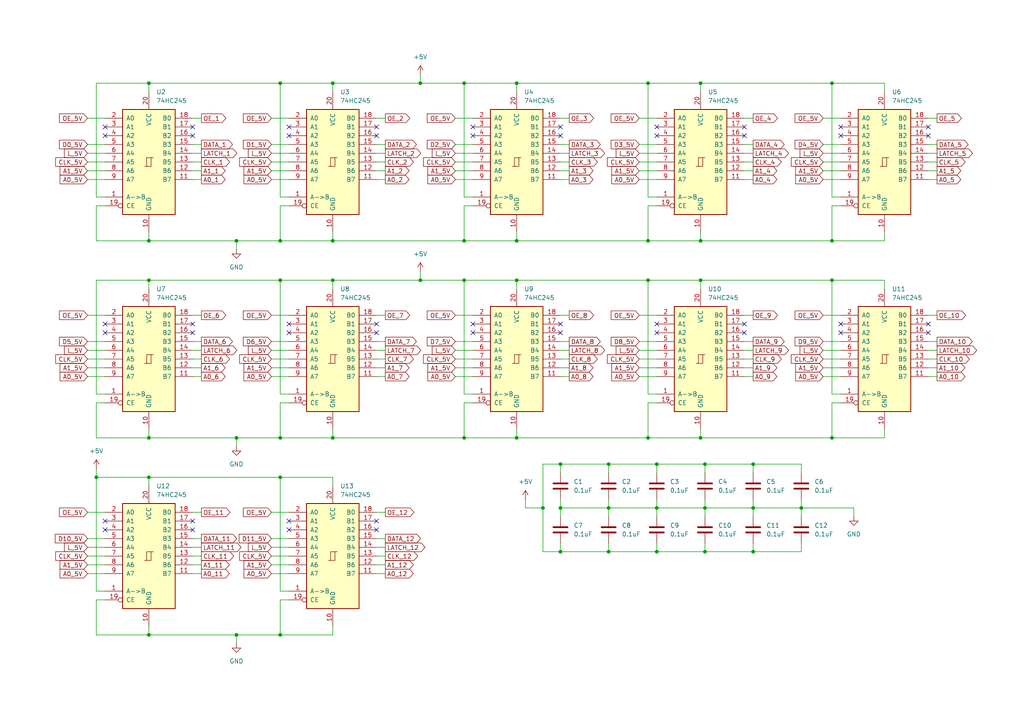
<source format=kicad_sch>
(kicad_sch (version 20250114) (generator "eeschema") (generator_version "9.0")
  (paper "A4")
  (lib_symbols
    (symbol "74xx:74HC245" (pin_names (offset 1.016))
      (property "Reference" "U" (at -7.62 16.51 0))
      (property "Value" "74HC245" (at -7.62 -16.51 0))
      (symbol "74HC245_1_0"
        (polyline (pts (xy -1.27 -1.27) (xy 0.635 -1.27) (xy 0.635 1.27) (xy 1.27 1.27)))
        (polyline (pts (xy -0.635 -1.27) (xy -0.635 1.27) (xy 0.635 1.27)))
        (pin tri_state line (at -12.7 12.7 0) (length 5.08) (name "A0") (number "2"))
        (pin tri_state line (at -12.7 10.16 0) (length 5.08) (name "A1") (number "3"))
        (pin tri_state line (at -12.7 7.62 0) (length 5.08) (name "A2") (number "4"))
        (pin tri_state line (at -12.7 5.08 0) (length 5.08) (name "A3") (number "5"))
        (pin tri_state line (at -12.7 2.54 0) (length 5.08) (name "A4") (number "6"))
        (pin tri_state line (at -12.7 0 0) (length 5.08) (name "A5") (number "7"))
        (pin tri_state line (at -12.7 -2.54 0) (length 5.08) (name "A6") (number "8"))
        (pin tri_state line (at -12.7 -5.08 0) (length 5.08) (name "A7") (number "9"))
        (pin input line (at -12.7 -10.16 0) (length 5.08) (name "A->B") (number "1"))
        (pin input inverted (at -12.7 -12.7 0) (length 5.08) (name "CE") (number "19"))
        (pin power_in line (at 0 20.32 270) (length 5.08) (name "VCC") (number "20"))
        (pin power_in line (at 0 -20.32 90) (length 5.08) (name "GND") (number "10"))
        (pin tri_state line (at 12.7 12.7 180) (length 5.08) (name "B0") (number "18"))
        (pin tri_state line (at 12.7 10.16 180) (length 5.08) (name "B1") (number "17"))
        (pin tri_state line (at 12.7 7.62 180) (length 5.08) (name "B2") (number "16"))
        (pin tri_state line (at 12.7 5.08 180) (length 5.08) (name "B3") (number "15"))
        (pin tri_state line (at 12.7 2.54 180) (length 5.08) (name "B4") (number "14"))
        (pin tri_state line (at 12.7 0 180) (length 5.08) (name "B5") (number "13"))
        (pin tri_state line (at 12.7 -2.54 180) (length 5.08) (name "B6") (number "12"))
        (pin tri_state line (at 12.7 -5.08 180) (length 5.08) (name "B7") (number "11"))
      )
      (symbol "74HC245_1_1"
        (rectangle (start -7.62 15.24) (end 7.62 -15.24) (stroke (width 0.254)) (fill (type background)))
      )
    )
    (symbol "Device:C" (pin_numbers (hide yes)) (pin_names (offset 0.254))
      (property "Reference" "C" (at 0.635 2.54 0))
      (property "Value" "C" (at 0.635 -2.54 0))
      (symbol "C_0_1"
        (polyline (pts (xy -2.032 0.762) (xy 2.032 0.762)) (stroke (width 0.508)))
        (polyline (pts (xy -2.032 -0.762) (xy 2.032 -0.762)) (stroke (width 0.508)))
      )
      (symbol "C_1_1"
        (pin passive line (at 0 3.81 270) (length 2.794) (name "~") (number "1"))
        (pin passive line (at 0 -3.81 90) (length 2.794) (name "~") (number "2"))
      )
    )
    (symbol "power:+5V" (power) (pin_numbers (hide yes)) (pin_names (offset 0) (hide yes))
      (property "Value" "+5V" (at 0 3.556 0))
      (symbol "+5V_0_1"
        (polyline (pts (xy -0.762 1.27) (xy 0 2.54)))
        (polyline (pts (xy 0 2.54) (xy 0.762 1.27)))
        (polyline (pts (xy 0 0) (xy 0 2.54)))
      )
      (symbol "+5V_1_1"
        (pin power_in line (at 0 0 90) (length 0) (name "~") (number "1"))
      )
    )
    (symbol "power:GND" (power) (pin_numbers (hide yes)) (pin_names (offset 0) (hide yes))
      (property "Value" "GND" (at 0 -3.81 0))
      (symbol "GND_0_1"
        (polyline (pts (xy 0 0) (xy 0 -1.27) (xy 1.27 -1.27) (xy 0 -2.54) (xy -1.27 -1.27) (xy 0 -1.27)))
      )
      (symbol "GND_1_1"
        (pin power_in line (at 0 0 270) (length 0) (name "~") (number "1"))
      )
    )
  )
  (junction (at 218.44 147.32))
  (junction (at 241.3 69.85))
  (junction (at 96.52 24.13))
  (junction (at 43.18 127))
  (junction (at 187.96 81.28))
  (junction (at 162.56 160.02))
  (junction (at 81.28 69.85))
  (junction (at 134.62 24.13))
  (junction (at 43.18 138.43))
  (junction (at 43.18 69.85))
  (junction (at 81.28 184.15))
  (junction (at 96.52 127))
  (junction (at 176.53 160.02))
  (junction (at 68.58 127))
  (junction (at 176.53 147.32))
  (junction (at 204.47 147.32))
  (junction (at 203.2 24.13))
  (junction (at 176.53 134.62))
  (junction (at 43.18 184.15))
  (junction (at 134.62 81.28))
  (junction (at 204.47 160.02))
  (junction (at 203.2 69.85))
  (junction (at 121.92 81.28))
  (junction (at 43.18 24.13))
  (junction (at 203.2 81.28))
  (junction (at 96.52 81.28))
  (junction (at 134.62 69.85))
  (junction (at 43.18 81.28))
  (junction (at 162.56 147.32))
  (junction (at 204.47 134.62))
  (junction (at 241.3 127))
  (junction (at 68.58 69.85))
  (junction (at 149.86 69.85))
  (junction (at 241.3 24.13))
  (junction (at 121.92 24.13))
  (junction (at 190.5 147.32))
  (junction (at 232.41 147.32))
  (junction (at 134.62 127))
  (junction (at 190.5 160.02))
  (junction (at 218.44 160.02))
  (junction (at 187.96 127))
  (junction (at 81.28 138.43))
  (junction (at 81.28 24.13))
  (junction (at 149.86 24.13))
  (junction (at 203.2 127))
  (junction (at 96.52 69.85))
  (junction (at 190.5 134.62))
  (junction (at 149.86 127))
  (junction (at 27.94 138.43))
  (junction (at 241.3 81.28))
  (junction (at 149.86 81.28))
  (junction (at 81.28 81.28))
  (junction (at 162.56 134.62))
  (junction (at 68.58 184.15))
  (junction (at 157.48 147.32))
  (junction (at 187.96 24.13))
  (junction (at 187.96 69.85))
  (junction (at 218.44 134.62))
  (junction (at 81.28 127))
  (no_connect (at 243.84 39.37))
  (no_connect (at 137.16 36.83))
  (no_connect (at 30.48 39.37))
  (no_connect (at 109.22 96.52))
  (no_connect (at 55.88 151.13))
  (no_connect (at 215.9 39.37))
  (no_connect (at 83.82 153.67))
  (no_connect (at 215.9 36.83))
  (no_connect (at 243.84 93.98))
  (no_connect (at 137.16 93.98))
  (no_connect (at 243.84 36.83))
  (no_connect (at 215.9 93.98))
  (no_connect (at 162.56 36.83))
  (no_connect (at 190.5 36.83))
  (no_connect (at 162.56 39.37))
  (no_connect (at 30.48 151.13))
  (no_connect (at 30.48 93.98))
  (no_connect (at 243.84 96.52))
  (no_connect (at 190.5 93.98))
  (no_connect (at 55.88 93.98))
  (no_connect (at 55.88 96.52))
  (no_connect (at 83.82 96.52))
  (no_connect (at 190.5 39.37))
  (no_connect (at 137.16 39.37))
  (no_connect (at 30.48 153.67))
  (no_connect (at 83.82 39.37))
  (no_connect (at 83.82 36.83))
  (no_connect (at 55.88 39.37))
  (no_connect (at 162.56 93.98))
  (no_connect (at 30.48 96.52))
  (no_connect (at 137.16 96.52))
  (no_connect (at 109.22 36.83))
  (no_connect (at 109.22 93.98))
  (no_connect (at 109.22 151.13))
  (no_connect (at 30.48 36.83))
  (no_connect (at 55.88 153.67))
  (no_connect (at 109.22 153.67))
  (no_connect (at 83.82 151.13))
  (no_connect (at 269.24 93.98))
  (no_connect (at 215.9 96.52))
  (no_connect (at 269.24 39.37))
  (no_connect (at 162.56 96.52))
  (no_connect (at 269.24 96.52))
  (no_connect (at 190.5 96.52))
  (no_connect (at 109.22 39.37))
  (no_connect (at 55.88 36.83))
  (no_connect (at 83.82 93.98))
  (no_connect (at 269.24 36.83))
  (wire (pts (xy 25.4 161.29) (xy 30.48 161.29)))
  (wire (pts (xy 185.42 99.06) (xy 190.5 99.06)))
  (wire (pts (xy 43.18 69.85) (xy 27.94 69.85)))
  (wire (pts (xy 185.42 52.07) (xy 190.5 52.07)))
  (wire (pts (xy 204.47 134.62) (xy 190.5 134.62)))
  (wire (pts (xy 185.42 34.29) (xy 190.5 34.29)))
  (wire (pts (xy 109.22 99.06) (xy 111.76 99.06)))
  (wire (pts (xy 190.5 114.3) (xy 187.96 114.3)))
  (wire (pts (xy 218.44 134.62) (xy 204.47 134.62)))
  (wire (pts (xy 78.74 46.99) (xy 83.82 46.99)))
  (wire (pts (xy 55.88 158.75) (xy 58.42 158.75)))
  (wire (pts (xy 204.47 157.48) (xy 204.47 160.02)))
  (wire (pts (xy 269.24 52.07) (xy 271.78 52.07)))
  (wire (pts (xy 121.92 81.28) (xy 134.62 81.28)))
  (wire (pts (xy 78.74 34.29) (xy 83.82 34.29)))
  (wire (pts (xy 241.3 59.69) (xy 243.84 59.69)))
  (wire (pts (xy 25.4 109.22) (xy 30.48 109.22)))
  (wire (pts (xy 149.86 81.28) (xy 187.96 81.28)))
  (wire (pts (xy 238.76 104.14) (xy 243.84 104.14)))
  (wire (pts (xy 81.28 114.3) (xy 81.28 81.28)))
  (wire (pts (xy 215.9 91.44) (xy 218.44 91.44)))
  (wire (pts (xy 134.62 69.85) (xy 134.62 59.69)))
  (wire (pts (xy 96.52 69.85) (xy 134.62 69.85)))
  (wire (pts (xy 176.53 147.32) (xy 176.53 149.86)))
  (wire (pts (xy 109.22 158.75) (xy 111.76 158.75)))
  (wire (pts (xy 162.56 134.62) (xy 162.56 137.16)))
  (wire (pts (xy 55.88 163.83) (xy 58.42 163.83)))
  (wire (pts (xy 256.54 124.46) (xy 256.54 127)))
  (wire (pts (xy 78.74 163.83) (xy 83.82 163.83)))
  (wire (pts (xy 157.48 134.62) (xy 157.48 147.32)))
  (wire (pts (xy 81.28 59.69) (xy 83.82 59.69)))
  (wire (pts (xy 132.08 91.44) (xy 137.16 91.44)))
  (wire (pts (xy 269.24 109.22) (xy 271.78 109.22)))
  (wire (pts (xy 25.4 34.29) (xy 30.48 34.29)))
  (wire (pts (xy 25.4 106.68) (xy 30.48 106.68)))
  (wire (pts (xy 134.62 69.85) (xy 149.86 69.85)))
  (wire (pts (xy 55.88 44.45) (xy 58.42 44.45)))
  (wire (pts (xy 218.44 157.48) (xy 218.44 160.02)))
  (wire (pts (xy 215.9 99.06) (xy 218.44 99.06)))
  (wire (pts (xy 215.9 46.99) (xy 218.44 46.99)))
  (wire (pts (xy 78.74 104.14) (xy 83.82 104.14)))
  (wire (pts (xy 269.24 104.14) (xy 271.78 104.14)))
  (wire (pts (xy 109.22 46.99) (xy 111.76 46.99)))
  (wire (pts (xy 96.52 67.31) (xy 96.52 69.85)))
  (wire (pts (xy 149.86 67.31) (xy 149.86 69.85)))
  (wire (pts (xy 43.18 69.85) (xy 68.58 69.85)))
  (wire (pts (xy 121.92 24.13) (xy 134.62 24.13)))
  (wire (pts (xy 137.16 114.3) (xy 134.62 114.3)))
  (wire (pts (xy 256.54 24.13) (xy 256.54 26.67)))
  (wire (pts (xy 27.94 24.13) (xy 43.18 24.13)))
  (wire (pts (xy 132.08 44.45) (xy 137.16 44.45)))
  (wire (pts (xy 96.52 24.13) (xy 96.52 26.67)))
  (wire (pts (xy 43.18 124.46) (xy 43.18 127)))
  (wire (pts (xy 149.86 69.85) (xy 187.96 69.85)))
  (wire (pts (xy 68.58 69.85) (xy 81.28 69.85)))
  (wire (pts (xy 30.48 171.45) (xy 27.94 171.45)))
  (wire (pts (xy 162.56 52.07) (xy 165.1 52.07)))
  (wire (pts (xy 162.56 147.32) (xy 162.56 149.86)))
  (wire (pts (xy 43.18 81.28) (xy 81.28 81.28)))
  (wire (pts (xy 203.2 127) (xy 241.3 127)))
  (wire (pts (xy 204.47 160.02) (xy 190.5 160.02)))
  (wire (pts (xy 232.41 134.62) (xy 218.44 134.62)))
  (wire (pts (xy 185.42 104.14) (xy 190.5 104.14)))
  (wire (pts (xy 30.48 57.15) (xy 27.94 57.15)))
  (wire (pts (xy 241.3 24.13) (xy 256.54 24.13)))
  (wire (pts (xy 215.9 41.91) (xy 218.44 41.91)))
  (wire (pts (xy 215.9 49.53) (xy 218.44 49.53)))
  (wire (pts (xy 215.9 109.22) (xy 218.44 109.22)))
  (wire (pts (xy 269.24 101.6) (xy 271.78 101.6)))
  (wire (pts (xy 109.22 104.14) (xy 111.76 104.14)))
  (wire (pts (xy 55.88 104.14) (xy 58.42 104.14)))
  (wire (pts (xy 241.3 127) (xy 241.3 116.84)))
  (wire (pts (xy 81.28 184.15) (xy 81.28 173.99)))
  (wire (pts (xy 55.88 49.53) (xy 58.42 49.53)))
  (wire (pts (xy 25.4 46.99) (xy 30.48 46.99)))
  (wire (pts (xy 162.56 134.62) (xy 157.48 134.62)))
  (wire (pts (xy 190.5 147.32) (xy 204.47 147.32)))
  (wire (pts (xy 68.58 127) (xy 68.58 129.54)))
  (wire (pts (xy 203.2 24.13) (xy 203.2 26.67)))
  (wire (pts (xy 78.74 158.75) (xy 83.82 158.75)))
  (wire (pts (xy 204.47 144.78) (xy 204.47 147.32)))
  (wire (pts (xy 78.74 41.91) (xy 83.82 41.91)))
  (wire (pts (xy 187.96 59.69) (xy 190.5 59.69)))
  (wire (pts (xy 55.88 34.29) (xy 58.42 34.29)))
  (wire (pts (xy 215.9 34.29) (xy 218.44 34.29)))
  (wire (pts (xy 134.62 127) (xy 149.86 127)))
  (wire (pts (xy 109.22 163.83) (xy 111.76 163.83)))
  (wire (pts (xy 176.53 134.62) (xy 176.53 137.16)))
  (wire (pts (xy 238.76 109.22) (xy 243.84 109.22)))
  (wire (pts (xy 25.4 49.53) (xy 30.48 49.53)))
  (wire (pts (xy 132.08 106.68) (xy 137.16 106.68)))
  (wire (pts (xy 190.5 134.62) (xy 190.5 137.16)))
  (wire (pts (xy 43.18 127) (xy 68.58 127)))
  (wire (pts (xy 55.88 166.37) (xy 58.42 166.37)))
  (wire (pts (xy 81.28 57.15) (xy 81.28 24.13)))
  (wire (pts (xy 134.62 114.3) (xy 134.62 81.28)))
  (wire (pts (xy 157.48 160.02) (xy 162.56 160.02)))
  (wire (pts (xy 203.2 69.85) (xy 241.3 69.85)))
  (wire (pts (xy 43.18 127) (xy 27.94 127)))
  (wire (pts (xy 134.62 127) (xy 134.62 116.84)))
  (wire (pts (xy 78.74 166.37) (xy 83.82 166.37)))
  (wire (pts (xy 269.24 34.29) (xy 271.78 34.29)))
  (wire (pts (xy 187.96 127) (xy 203.2 127)))
  (wire (pts (xy 269.24 106.68) (xy 271.78 106.68)))
  (wire (pts (xy 27.94 57.15) (xy 27.94 24.13)))
  (wire (pts (xy 232.41 147.32) (xy 232.41 144.78)))
  (wire (pts (xy 218.44 147.32) (xy 232.41 147.32)))
  (wire (pts (xy 27.94 116.84) (xy 30.48 116.84)))
  (wire (pts (xy 190.5 144.78) (xy 190.5 147.32)))
  (wire (pts (xy 132.08 41.91) (xy 137.16 41.91)))
  (wire (pts (xy 25.4 156.21) (xy 30.48 156.21)))
  (wire (pts (xy 185.42 109.22) (xy 190.5 109.22)))
  (wire (pts (xy 185.42 44.45) (xy 190.5 44.45)))
  (wire (pts (xy 149.86 24.13) (xy 149.86 26.67)))
  (wire (pts (xy 204.47 147.32) (xy 218.44 147.32)))
  (wire (pts (xy 132.08 49.53) (xy 137.16 49.53)))
  (wire (pts (xy 162.56 91.44) (xy 165.1 91.44)))
  (wire (pts (xy 55.88 91.44) (xy 58.42 91.44)))
  (wire (pts (xy 185.42 101.6) (xy 190.5 101.6)))
  (wire (pts (xy 78.74 161.29) (xy 83.82 161.29)))
  (wire (pts (xy 68.58 184.15) (xy 68.58 186.69)))
  (wire (pts (xy 203.2 67.31) (xy 203.2 69.85)))
  (wire (pts (xy 241.3 81.28) (xy 256.54 81.28)))
  (wire (pts (xy 149.86 127) (xy 187.96 127)))
  (wire (pts (xy 81.28 116.84) (xy 83.82 116.84)))
  (wire (pts (xy 132.08 101.6) (xy 137.16 101.6)))
  (wire (pts (xy 162.56 49.53) (xy 165.1 49.53)))
  (wire (pts (xy 137.16 57.15) (xy 134.62 57.15)))
  (wire (pts (xy 187.96 69.85) (xy 203.2 69.85)))
  (wire (pts (xy 96.52 138.43) (xy 96.52 140.97)))
  (wire (pts (xy 232.41 157.48) (xy 232.41 160.02)))
  (wire (pts (xy 185.42 41.91) (xy 190.5 41.91)))
  (wire (pts (xy 238.76 34.29) (xy 243.84 34.29)))
  (wire (pts (xy 96.52 24.13) (xy 121.92 24.13)))
  (wire (pts (xy 218.44 147.32) (xy 218.44 149.86)))
  (wire (pts (xy 134.62 116.84) (xy 137.16 116.84)))
  (wire (pts (xy 25.4 104.14) (xy 30.48 104.14)))
  (wire (pts (xy 27.94 114.3) (xy 27.94 81.28)))
  (wire (pts (xy 109.22 101.6) (xy 111.76 101.6)))
  (wire (pts (xy 185.42 46.99) (xy 190.5 46.99)))
  (wire (pts (xy 232.41 147.32) (xy 232.41 149.86)))
  (wire (pts (xy 241.3 57.15) (xy 241.3 24.13)))
  (wire (pts (xy 162.56 104.14) (xy 165.1 104.14)))
  (wire (pts (xy 81.28 127) (xy 81.28 116.84)))
  (wire (pts (xy 27.94 69.85) (xy 27.94 59.69)))
  (wire (pts (xy 204.47 134.62) (xy 204.47 137.16)))
  (wire (pts (xy 149.86 24.13) (xy 187.96 24.13)))
  (wire (pts (xy 190.5 147.32) (xy 190.5 149.86)))
  (wire (pts (xy 176.53 134.62) (xy 162.56 134.62)))
  (wire (pts (xy 30.48 114.3) (xy 27.94 114.3)))
  (wire (pts (xy 203.2 124.46) (xy 203.2 127)))
  (wire (pts (xy 109.22 91.44) (xy 111.76 91.44)))
  (wire (pts (xy 243.84 114.3) (xy 241.3 114.3)))
  (wire (pts (xy 241.3 114.3) (xy 241.3 81.28)))
  (wire (pts (xy 25.4 166.37) (xy 30.48 166.37)))
  (wire (pts (xy 78.74 91.44) (xy 83.82 91.44)))
  (wire (pts (xy 203.2 81.28) (xy 203.2 83.82)))
  (wire (pts (xy 132.08 99.06) (xy 137.16 99.06)))
  (wire (pts (xy 132.08 46.99) (xy 137.16 46.99)))
  (wire (pts (xy 55.88 41.91) (xy 58.42 41.91)))
  (wire (pts (xy 238.76 52.07) (xy 243.84 52.07)))
  (wire (pts (xy 25.4 44.45) (xy 30.48 44.45)))
  (wire (pts (xy 68.58 127) (xy 81.28 127)))
  (wire (pts (xy 162.56 147.32) (xy 176.53 147.32)))
  (wire (pts (xy 187.96 24.13) (xy 203.2 24.13)))
  (wire (pts (xy 187.96 69.85) (xy 187.96 59.69)))
  (wire (pts (xy 134.62 59.69) (xy 137.16 59.69)))
  (wire (pts (xy 78.74 52.07) (xy 83.82 52.07)))
  (wire (pts (xy 190.5 157.48) (xy 190.5 160.02)))
  (wire (pts (xy 27.94 184.15) (xy 27.94 173.99)))
  (wire (pts (xy 27.94 59.69) (xy 30.48 59.69)))
  (wire (pts (xy 109.22 41.91) (xy 111.76 41.91)))
  (wire (pts (xy 25.4 99.06) (xy 30.48 99.06)))
  (wire (pts (xy 176.53 144.78) (xy 176.53 147.32)))
  (wire (pts (xy 238.76 91.44) (xy 243.84 91.44)))
  (wire (pts (xy 83.82 114.3) (xy 81.28 114.3)))
  (wire (pts (xy 241.3 69.85) (xy 256.54 69.85)))
  (wire (pts (xy 238.76 46.99) (xy 243.84 46.99)))
  (wire (pts (xy 247.65 149.86) (xy 247.65 147.32)))
  (wire (pts (xy 96.52 124.46) (xy 96.52 127)))
  (wire (pts (xy 81.28 173.99) (xy 83.82 173.99)))
  (wire (pts (xy 25.4 41.91) (xy 30.48 41.91)))
  (wire (pts (xy 269.24 46.99) (xy 271.78 46.99)))
  (wire (pts (xy 109.22 161.29) (xy 111.76 161.29)))
  (wire (pts (xy 190.5 57.15) (xy 187.96 57.15)))
  (wire (pts (xy 109.22 52.07) (xy 111.76 52.07)))
  (wire (pts (xy 187.96 81.28) (xy 203.2 81.28)))
  (wire (pts (xy 238.76 106.68) (xy 243.84 106.68)))
  (wire (pts (xy 109.22 109.22) (xy 111.76 109.22)))
  (wire (pts (xy 27.94 81.28) (xy 43.18 81.28)))
  (wire (pts (xy 238.76 99.06) (xy 243.84 99.06)))
  (wire (pts (xy 162.56 44.45) (xy 165.1 44.45)))
  (wire (pts (xy 204.47 147.32) (xy 204.47 149.86)))
  (wire (pts (xy 96.52 127) (xy 134.62 127)))
  (wire (pts (xy 162.56 34.29) (xy 165.1 34.29)))
  (wire (pts (xy 187.96 57.15) (xy 187.96 24.13)))
  (wire (pts (xy 256.54 81.28) (xy 256.54 83.82)))
  (wire (pts (xy 269.24 44.45) (xy 271.78 44.45)))
  (wire (pts (xy 232.41 137.16) (xy 232.41 134.62)))
  (wire (pts (xy 43.18 24.13) (xy 43.18 26.67)))
  (wire (pts (xy 149.86 124.46) (xy 149.86 127)))
  (wire (pts (xy 269.24 91.44) (xy 271.78 91.44)))
  (wire (pts (xy 27.94 138.43) (xy 43.18 138.43)))
  (wire (pts (xy 121.92 21.59) (xy 121.92 24.13)))
  (wire (pts (xy 132.08 34.29) (xy 137.16 34.29)))
  (wire (pts (xy 215.9 104.14) (xy 218.44 104.14)))
  (wire (pts (xy 55.88 109.22) (xy 58.42 109.22)))
  (wire (pts (xy 55.88 52.07) (xy 58.42 52.07)))
  (wire (pts (xy 43.18 138.43) (xy 43.18 140.97)))
  (wire (pts (xy 215.9 101.6) (xy 218.44 101.6)))
  (wire (pts (xy 256.54 67.31) (xy 256.54 69.85)))
  (wire (pts (xy 27.94 127) (xy 27.94 116.84)))
  (wire (pts (xy 81.28 171.45) (xy 81.28 138.43)))
  (wire (pts (xy 269.24 99.06) (xy 271.78 99.06)))
  (wire (pts (xy 78.74 49.53) (xy 83.82 49.53)))
  (wire (pts (xy 134.62 24.13) (xy 149.86 24.13)))
  (wire (pts (xy 81.28 138.43) (xy 96.52 138.43)))
  (wire (pts (xy 55.88 156.21) (xy 58.42 156.21)))
  (wire (pts (xy 185.42 49.53) (xy 190.5 49.53)))
  (wire (pts (xy 27.94 173.99) (xy 30.48 173.99)))
  (wire (pts (xy 162.56 41.91) (xy 165.1 41.91)))
  (wire (pts (xy 78.74 101.6) (xy 83.82 101.6)))
  (wire (pts (xy 187.96 116.84) (xy 190.5 116.84)))
  (wire (pts (xy 25.4 148.59) (xy 30.48 148.59)))
  (wire (pts (xy 78.74 156.21) (xy 83.82 156.21)))
  (wire (pts (xy 190.5 160.02) (xy 176.53 160.02)))
  (wire (pts (xy 83.82 57.15) (xy 81.28 57.15)))
  (wire (pts (xy 25.4 158.75) (xy 30.48 158.75)))
  (wire (pts (xy 78.74 109.22) (xy 83.82 109.22)))
  (wire (pts (xy 78.74 99.06) (xy 83.82 99.06)))
  (wire (pts (xy 215.9 52.07) (xy 218.44 52.07)))
  (wire (pts (xy 55.88 101.6) (xy 58.42 101.6)))
  (wire (pts (xy 176.53 147.32) (xy 190.5 147.32)))
  (wire (pts (xy 43.18 67.31) (xy 43.18 69.85)))
  (wire (pts (xy 187.96 127) (xy 187.96 116.84)))
  (wire (pts (xy 232.41 160.02) (xy 218.44 160.02)))
  (wire (pts (xy 185.42 106.68) (xy 190.5 106.68)))
  (wire (pts (xy 132.08 104.14) (xy 137.16 104.14)))
  (wire (pts (xy 27.94 171.45) (xy 27.94 138.43)))
  (wire (pts (xy 152.4 144.78) (xy 152.4 147.32)))
  (wire (pts (xy 109.22 106.68) (xy 111.76 106.68)))
  (wire (pts (xy 109.22 166.37) (xy 111.76 166.37)))
  (wire (pts (xy 238.76 101.6) (xy 243.84 101.6)))
  (wire (pts (xy 243.84 57.15) (xy 241.3 57.15)))
  (wire (pts (xy 55.88 148.59) (xy 58.42 148.59)))
  (wire (pts (xy 162.56 160.02) (xy 162.56 157.48)))
  (wire (pts (xy 78.74 106.68) (xy 83.82 106.68)))
  (wire (pts (xy 96.52 81.28) (xy 121.92 81.28)))
  (wire (pts (xy 203.2 24.13) (xy 241.3 24.13)))
  (wire (pts (xy 162.56 109.22) (xy 165.1 109.22)))
  (wire (pts (xy 43.18 181.61) (xy 43.18 184.15)))
  (wire (pts (xy 43.18 138.43) (xy 81.28 138.43)))
  (wire (pts (xy 78.74 148.59) (xy 83.82 148.59)))
  (wire (pts (xy 238.76 49.53) (xy 243.84 49.53)))
  (wire (pts (xy 218.44 134.62) (xy 218.44 137.16)))
  (wire (pts (xy 55.88 46.99) (xy 58.42 46.99)))
  (wire (pts (xy 203.2 81.28) (xy 241.3 81.28)))
  (wire (pts (xy 218.44 160.02) (xy 204.47 160.02)))
  (wire (pts (xy 109.22 49.53) (xy 111.76 49.53)))
  (wire (pts (xy 241.3 127) (xy 256.54 127)))
  (wire (pts (xy 109.22 156.21) (xy 111.76 156.21)))
  (wire (pts (xy 25.4 52.07) (xy 30.48 52.07)))
  (wire (pts (xy 241.3 116.84) (xy 243.84 116.84)))
  (wire (pts (xy 78.74 44.45) (xy 83.82 44.45)))
  (wire (pts (xy 68.58 184.15) (xy 81.28 184.15)))
  (wire (pts (xy 238.76 41.91) (xy 243.84 41.91)))
  (wire (pts (xy 215.9 106.68) (xy 218.44 106.68)))
  (wire (pts (xy 190.5 134.62) (xy 176.53 134.62)))
  (wire (pts (xy 162.56 101.6) (xy 165.1 101.6)))
  (wire (pts (xy 81.28 69.85) (xy 81.28 59.69)))
  (wire (pts (xy 157.48 147.32) (xy 157.48 160.02)))
  (wire (pts (xy 81.28 81.28) (xy 96.52 81.28)))
  (wire (pts (xy 109.22 34.29) (xy 111.76 34.29)))
  (wire (pts (xy 187.96 114.3) (xy 187.96 81.28)))
  (wire (pts (xy 43.18 184.15) (xy 68.58 184.15)))
  (wire (pts (xy 176.53 160.02) (xy 162.56 160.02)))
  (wire (pts (xy 132.08 109.22) (xy 137.16 109.22)))
  (wire (pts (xy 176.53 157.48) (xy 176.53 160.02)))
  (wire (pts (xy 55.88 99.06) (xy 58.42 99.06)))
  (wire (pts (xy 43.18 81.28) (xy 43.18 83.82)))
  (wire (pts (xy 96.52 181.61) (xy 96.52 184.15)))
  (wire (pts (xy 43.18 184.15) (xy 27.94 184.15)))
  (wire (pts (xy 162.56 144.78) (xy 162.56 147.32)))
  (wire (pts (xy 241.3 69.85) (xy 241.3 59.69)))
  (wire (pts (xy 55.88 106.68) (xy 58.42 106.68)))
  (wire (pts (xy 27.94 135.89) (xy 27.94 138.43)))
  (wire (pts (xy 134.62 57.15) (xy 134.62 24.13)))
  (wire (pts (xy 132.08 52.07) (xy 137.16 52.07)))
  (wire (pts (xy 149.86 81.28) (xy 149.86 83.82)))
  (wire (pts (xy 109.22 44.45) (xy 111.76 44.45)))
  (wire (pts (xy 121.92 78.74) (xy 121.92 81.28)))
  (wire (pts (xy 152.4 147.32) (xy 157.48 147.32)))
  (wire (pts (xy 81.28 184.15) (xy 96.52 184.15)))
  (wire (pts (xy 134.62 81.28) (xy 149.86 81.28)))
  (wire (pts (xy 162.56 106.68) (xy 165.1 106.68)))
  (wire (pts (xy 81.28 127) (xy 96.52 127)))
  (wire (pts (xy 55.88 161.29) (xy 58.42 161.29)))
  (wire (pts (xy 238.76 44.45) (xy 243.84 44.45)))
  (wire (pts (xy 185.42 91.44) (xy 190.5 91.44)))
  (wire (pts (xy 83.82 171.45) (xy 81.28 171.45)))
  (wire (pts (xy 162.56 46.99) (xy 165.1 46.99)))
  (wire (pts (xy 247.65 147.32) (xy 232.41 147.32)))
  (wire (pts (xy 96.52 81.28) (xy 96.52 83.82)))
  (wire (pts (xy 109.22 148.59) (xy 111.76 148.59)))
  (wire (pts (xy 81.28 24.13) (xy 96.52 24.13)))
  (wire (pts (xy 215.9 44.45) (xy 218.44 44.45)))
  (wire (pts (xy 162.56 99.06) (xy 165.1 99.06)))
  (wire (pts (xy 25.4 91.44) (xy 30.48 91.44)))
  (wire (pts (xy 25.4 163.83) (xy 30.48 163.83)))
  (wire (pts (xy 43.18 24.13) (xy 81.28 24.13)))
  (wire (pts (xy 25.4 101.6) (xy 30.48 101.6)))
  (wire (pts (xy 218.44 144.78) (xy 218.44 147.32)))
  (wire (pts (xy 68.58 69.85) (xy 68.58 72.39)))
  (wire (pts (xy 269.24 41.91) (xy 271.78 41.91)))
  (wire (pts (xy 269.24 49.53) (xy 271.78 49.53)))
  (wire (pts (xy 81.28 69.85) (xy 96.52 69.85)))
  (global_label "CLK_11" (shape output) (at 58.42 161.29 0) (property "Intersheetrefs" "${INTERSHEET_REFS}" (effects (hide yes))))
  (global_label "A1_6" (shape output) (at 58.42 106.68 0) (property "Intersheetrefs" "${INTERSHEET_REFS}" (effects (hide yes))))
  (global_label "OE_3" (shape output) (at 165.1 34.29 0) (property "Intersheetrefs" "${INTERSHEET_REFS}" (effects (hide yes))))
  (global_label "OE_5" (shape output) (at 271.78 34.29 0) (property "Intersheetrefs" "${INTERSHEET_REFS}" (effects (hide yes))))
  (global_label "CLK_9" (shape output) (at 218.44 104.14 0) (property "Intersheetrefs" "${INTERSHEET_REFS}" (effects (hide yes))))
  (global_label "DATA_10" (shape output) (at 271.78 99.06 0) (property "Intersheetrefs" "${INTERSHEET_REFS}" (effects (hide yes))))
  (global_label "OE_5V" (shape input) (at 238.76 91.44 180) (property "Intersheetrefs" "${INTERSHEET_REFS}" (effects (hide yes))))
  (global_label "LATCH_3" (shape output) (at 165.1 44.45 0) (property "Intersheetrefs" "${INTERSHEET_REFS}" (effects (hide yes))))
  (global_label "A1_5V" (shape input) (at 185.42 106.68 180) (property "Intersheetrefs" "${INTERSHEET_REFS}" (effects (hide yes))))
  (global_label "CLK_5V" (shape input) (at 78.74 46.99 180) (property "Intersheetrefs" "${INTERSHEET_REFS}" (effects (hide yes))))
  (global_label "A0_5V" (shape input) (at 238.76 52.07 180) (property "Intersheetrefs" "${INTERSHEET_REFS}" (effects (hide yes))))
  (global_label "A0_5V" (shape input) (at 78.74 109.22 180) (property "Intersheetrefs" "${INTERSHEET_REFS}" (effects (hide yes))))
  (global_label "D9_5V" (shape input) (at 238.76 99.06 180) (property "Intersheetrefs" "${INTERSHEET_REFS}" (effects (hide yes))))
  (global_label "L_5V" (shape input) (at 185.42 44.45 180) (property "Intersheetrefs" "${INTERSHEET_REFS}" (effects (hide yes))))
  (global_label "A0_10" (shape output) (at 271.78 109.22 0) (property "Intersheetrefs" "${INTERSHEET_REFS}" (effects (hide yes))))
  (global_label "A1_5V" (shape input) (at 78.74 163.83 180) (property "Intersheetrefs" "${INTERSHEET_REFS}" (effects (hide yes))))
  (global_label "CLK_5V" (shape input) (at 132.08 104.14 180) (property "Intersheetrefs" "${INTERSHEET_REFS}" (effects (hide yes))))
  (global_label "A1_5V" (shape input) (at 25.4 106.68 180) (property "Intersheetrefs" "${INTERSHEET_REFS}" (effects (hide yes))))
  (global_label "D4_5V" (shape input) (at 238.76 41.91 180) (property "Intersheetrefs" "${INTERSHEET_REFS}" (effects (hide yes))))
  (global_label "L_5V" (shape input) (at 132.08 101.6 180) (property "Intersheetrefs" "${INTERSHEET_REFS}" (effects (hide yes))))
  (global_label "A1_5V" (shape input) (at 132.08 49.53 180) (property "Intersheetrefs" "${INTERSHEET_REFS}" (effects (hide yes))))
  (global_label "A0_8" (shape output) (at 165.1 109.22 0) (property "Intersheetrefs" "${INTERSHEET_REFS}" (effects (hide yes))))
  (global_label "A1_2" (shape output) (at 111.76 49.53 0) (property "Intersheetrefs" "${INTERSHEET_REFS}" (effects (hide yes))))
  (global_label "A0_5V" (shape input) (at 185.42 52.07 180) (property "Intersheetrefs" "${INTERSHEET_REFS}" (effects (hide yes))))
  (global_label "D2_5V" (shape input) (at 132.08 41.91 180) (property "Intersheetrefs" "${INTERSHEET_REFS}" (effects (hide yes))))
  (global_label "A1_5V" (shape input) (at 25.4 163.83 180) (property "Intersheetrefs" "${INTERSHEET_REFS}" (effects (hide yes))))
  (global_label "DATA_5" (shape output) (at 271.78 41.91 0) (property "Intersheetrefs" "${INTERSHEET_REFS}" (effects (hide yes))))
  (global_label "L_5V" (shape input) (at 25.4 158.75 180) (property "Intersheetrefs" "${INTERSHEET_REFS}" (effects (hide yes))))
  (global_label "D5_5V" (shape input) (at 25.4 99.06 180) (property "Intersheetrefs" "${INTERSHEET_REFS}" (effects (hide yes))))
  (global_label "LATCH_5" (shape output) (at 271.78 44.45 0) (property "Intersheetrefs" "${INTERSHEET_REFS}" (effects (hide yes))))
  (global_label "A1_5" (shape output) (at 271.78 49.53 0) (property "Intersheetrefs" "${INTERSHEET_REFS}" (effects (hide yes))))
  (global_label "LATCH_12" (shape output) (at 111.76 158.75 0) (property "Intersheetrefs" "${INTERSHEET_REFS}" (effects (hide yes))))
  (global_label "A0_5V" (shape input) (at 132.08 52.07 180) (property "Intersheetrefs" "${INTERSHEET_REFS}" (effects (hide yes))))
  (global_label "OE_5V" (shape input) (at 78.74 34.29 180) (property "Intersheetrefs" "${INTERSHEET_REFS}" (effects (hide yes))))
  (global_label "A1_11" (shape output) (at 58.42 163.83 0) (property "Intersheetrefs" "${INTERSHEET_REFS}" (effects (hide yes))))
  (global_label "DATA_1" (shape output) (at 58.42 41.91 0) (property "Intersheetrefs" "${INTERSHEET_REFS}" (effects (hide yes))))
  (global_label "CLK_2" (shape output) (at 111.76 46.99 0) (property "Intersheetrefs" "${INTERSHEET_REFS}" (effects (hide yes))))
  (global_label "OE_2" (shape output) (at 111.76 34.29 0) (property "Intersheetrefs" "${INTERSHEET_REFS}" (effects (hide yes))))
  (global_label "OE_5V" (shape input) (at 132.08 34.29 180) (property "Intersheetrefs" "${INTERSHEET_REFS}" (effects (hide yes))))
  (global_label "D8_5V" (shape input) (at 185.42 99.06 180) (property "Intersheetrefs" "${INTERSHEET_REFS}" (effects (hide yes))))
  (global_label "OE_8" (shape output) (at 165.1 91.44 0) (property "Intersheetrefs" "${INTERSHEET_REFS}" (effects (hide yes))))
  (global_label "A0_5V" (shape input) (at 78.74 166.37 180) (property "Intersheetrefs" "${INTERSHEET_REFS}" (effects (hide yes))))
  (global_label "L_5V" (shape input) (at 238.76 44.45 180) (property "Intersheetrefs" "${INTERSHEET_REFS}" (effects (hide yes))))
  (global_label "LATCH_11" (shape output) (at 58.42 158.75 0) (property "Intersheetrefs" "${INTERSHEET_REFS}" (effects (hide yes))))
  (global_label "D1_5V" (shape input) (at 78.74 41.91 180) (property "Intersheetrefs" "${INTERSHEET_REFS}" (effects (hide yes))))
  (global_label "L_5V" (shape input) (at 185.42 101.6 180) (property "Intersheetrefs" "${INTERSHEET_REFS}" (effects (hide yes))))
  (global_label "DATA_3" (shape output) (at 165.1 41.91 0) (property "Intersheetrefs" "${INTERSHEET_REFS}" (effects (hide yes))))
  (global_label "A0_5V" (shape input) (at 185.42 109.22 180) (property "Intersheetrefs" "${INTERSHEET_REFS}" (effects (hide yes))))
  (global_label "A0_7" (shape output) (at 111.76 109.22 0) (property "Intersheetrefs" "${INTERSHEET_REFS}" (effects (hide yes))))
  (global_label "A1_5V" (shape input) (at 132.08 106.68 180) (property "Intersheetrefs" "${INTERSHEET_REFS}" (effects (hide yes))))
  (global_label "OE_5V" (shape input) (at 25.4 148.59 180) (property "Intersheetrefs" "${INTERSHEET_REFS}" (effects (hide yes))))
  (global_label "A0_5V" (shape input) (at 78.74 52.07 180) (property "Intersheetrefs" "${INTERSHEET_REFS}" (effects (hide yes))))
  (global_label "CLK_4" (shape output) (at 218.44 46.99 0) (property "Intersheetrefs" "${INTERSHEET_REFS}" (effects (hide yes))))
  (global_label "OE_5V" (shape input) (at 132.08 91.44 180) (property "Intersheetrefs" "${INTERSHEET_REFS}" (effects (hide yes))))
  (global_label "CLK_5V" (shape input) (at 185.42 46.99 180) (property "Intersheetrefs" "${INTERSHEET_REFS}" (effects (hide yes))))
  (global_label "CLK_6" (shape output) (at 58.42 104.14 0) (property "Intersheetrefs" "${INTERSHEET_REFS}" (effects (hide yes))))
  (global_label "L_5V" (shape input) (at 78.74 101.6 180) (property "Intersheetrefs" "${INTERSHEET_REFS}" (effects (hide yes))))
  (global_label "CLK_5V" (shape input) (at 78.74 161.29 180) (property "Intersheetrefs" "${INTERSHEET_REFS}" (effects (hide yes))))
  (global_label "L_5V" (shape input) (at 238.76 101.6 180) (property "Intersheetrefs" "${INTERSHEET_REFS}" (effects (hide yes))))
  (global_label "CLK_5V" (shape input) (at 25.4 46.99 180) (property "Intersheetrefs" "${INTERSHEET_REFS}" (effects (hide yes))))
  (global_label "OE_7" (shape output) (at 111.76 91.44 0) (property "Intersheetrefs" "${INTERSHEET_REFS}" (effects (hide yes))))
  (global_label "LATCH_1" (shape output) (at 58.42 44.45 0) (property "Intersheetrefs" "${INTERSHEET_REFS}" (effects (hide yes))))
  (global_label "A1_5V" (shape input) (at 185.42 49.53 180) (property "Intersheetrefs" "${INTERSHEET_REFS}" (effects (hide yes))))
  (global_label "A0_9" (shape output) (at 218.44 109.22 0) (property "Intersheetrefs" "${INTERSHEET_REFS}" (effects (hide yes))))
  (global_label "L_5V" (shape input) (at 78.74 158.75 180) (property "Intersheetrefs" "${INTERSHEET_REFS}" (effects (hide yes))))
  (global_label "OE_6" (shape output) (at 58.42 91.44 0) (property "Intersheetrefs" "${INTERSHEET_REFS}" (effects (hide yes))))
  (global_label "DATA_7" (shape output) (at 111.76 99.06 0) (property "Intersheetrefs" "${INTERSHEET_REFS}" (effects (hide yes))))
  (global_label "CLK_5V" (shape input) (at 25.4 161.29 180) (property "Intersheetrefs" "${INTERSHEET_REFS}" (effects (hide yes))))
  (global_label "CLK_5V" (shape input) (at 238.76 104.14 180) (property "Intersheetrefs" "${INTERSHEET_REFS}" (effects (hide yes))))
  (global_label "DATA_2" (shape output) (at 111.76 41.91 0) (property "Intersheetrefs" "${INTERSHEET_REFS}" (effects (hide yes))))
  (global_label "A0_5V" (shape input) (at 25.4 52.07 180) (property "Intersheetrefs" "${INTERSHEET_REFS}" (effects (hide yes))))
  (global_label "A0_12" (shape output) (at 111.76 166.37 0) (property "Intersheetrefs" "${INTERSHEET_REFS}" (effects (hide yes))))
  (global_label "A0_5V" (shape input) (at 25.4 166.37 180) (property "Intersheetrefs" "${INTERSHEET_REFS}" (effects (hide yes))))
  (global_label "A1_4" (shape output) (at 218.44 49.53 0) (property "Intersheetrefs" "${INTERSHEET_REFS}" (effects (hide yes))))
  (global_label "CLK_10" (shape output) (at 271.78 104.14 0) (property "Intersheetrefs" "${INTERSHEET_REFS}" (effects (hide yes))))
  (global_label "CLK_8" (shape output) (at 165.1 104.14 0) (property "Intersheetrefs" "${INTERSHEET_REFS}" (effects (hide yes))))
  (global_label "DATA_11" (shape output) (at 58.42 156.21 0) (property "Intersheetrefs" "${INTERSHEET_REFS}" (effects (hide yes))))
  (global_label "LATCH_2" (shape output) (at 111.76 44.45 0) (property "Intersheetrefs" "${INTERSHEET_REFS}" (effects (hide yes))))
  (global_label "A0_4" (shape output) (at 218.44 52.07 0) (property "Intersheetrefs" "${INTERSHEET_REFS}" (effects (hide yes))))
  (global_label "A0_6" (shape output) (at 58.42 109.22 0) (property "Intersheetrefs" "${INTERSHEET_REFS}" (effects (hide yes))))
  (global_label "L_5V" (shape input) (at 132.08 44.45 180) (property "Intersheetrefs" "${INTERSHEET_REFS}" (effects (hide yes))))
  (global_label "D10_5V" (shape input) (at 25.4 156.21 180) (property "Intersheetrefs" "${INTERSHEET_REFS}" (effects (hide yes))))
  (global_label "OE_1" (shape output) (at 58.42 34.29 0) (property "Intersheetrefs" "${INTERSHEET_REFS}" (effects (hide yes))))
  (global_label "A0_5V" (shape input) (at 25.4 109.22 180) (property "Intersheetrefs" "${INTERSHEET_REFS}" (effects (hide yes))))
  (global_label "L_5V" (shape input) (at 25.4 44.45 180) (property "Intersheetrefs" "${INTERSHEET_REFS}" (effects (hide yes))))
  (global_label "L_5V" (shape input) (at 25.4 101.6 180) (property "Intersheetrefs" "${INTERSHEET_REFS}" (effects (hide yes))))
  (global_label "DATA_12" (shape output) (at 111.76 156.21 0) (property "Intersheetrefs" "${INTERSHEET_REFS}" (effects (hide yes))))
  (global_label "CLK_5V" (shape input) (at 25.4 104.14 180) (property "Intersheetrefs" "${INTERSHEET_REFS}" (effects (hide yes))))
  (global_label "LATCH_7" (shape output) (at 111.76 101.6 0) (property "Intersheetrefs" "${INTERSHEET_REFS}" (effects (hide yes))))
  (global_label "D7_5V" (shape input) (at 132.08 99.06 180) (property "Intersheetrefs" "${INTERSHEET_REFS}" (effects (hide yes))))
  (global_label "OE_4" (shape output) (at 218.44 34.29 0) (property "Intersheetrefs" "${INTERSHEET_REFS}" (effects (hide yes))))
  (global_label "CLK_5V" (shape input) (at 78.74 104.14 180) (property "Intersheetrefs" "${INTERSHEET_REFS}" (effects (hide yes))))
  (global_label "A1_9" (shape output) (at 218.44 106.68 0) (property "Intersheetrefs" "${INTERSHEET_REFS}" (effects (hide yes))))
  (global_label "OE_5V" (shape input) (at 185.42 91.44 180) (property "Intersheetrefs" "${INTERSHEET_REFS}" (effects (hide yes))))
  (global_label "D6_5V" (shape input) (at 78.74 99.06 180) (property "Intersheetrefs" "${INTERSHEET_REFS}" (effects (hide yes))))
  (global_label "D3_5V" (shape input) (at 185.42 41.91 180) (property "Intersheetrefs" "${INTERSHEET_REFS}" (effects (hide yes))))
  (global_label "A1_5V" (shape input) (at 25.4 49.53 180) (property "Intersheetrefs" "${INTERSHEET_REFS}" (effects (hide yes))))
  (global_label "DATA_6" (shape output) (at 58.42 99.06 0) (property "Intersheetrefs" "${INTERSHEET_REFS}" (effects (hide yes))))
  (global_label "LATCH_6" (shape output) (at 58.42 101.6 0) (property "Intersheetrefs" "${INTERSHEET_REFS}" (effects (hide yes))))
  (global_label "A0_5V" (shape input) (at 238.76 109.22 180) (property "Intersheetrefs" "${INTERSHEET_REFS}" (effects (hide yes))))
  (global_label "CLK_5" (shape output) (at 271.78 46.99 0) (property "Intersheetrefs" "${INTERSHEET_REFS}" (effects (hide yes))))
  (global_label "DATA_4" (shape output) (at 218.44 41.91 0) (property "Intersheetrefs" "${INTERSHEET_REFS}" (effects (hide yes))))
  (global_label "A0_5" (shape output) (at 271.78 52.07 0) (property "Intersheetrefs" "${INTERSHEET_REFS}" (effects (hide yes))))
  (global_label "OE_5V" (shape input) (at 25.4 34.29 180) (property "Intersheetrefs" "${INTERSHEET_REFS}" (effects (hide yes))))
  (global_label "OE_11" (shape output) (at 58.42 148.59 0) (property "Intersheetrefs" "${INTERSHEET_REFS}" (effects (hide yes))))
  (global_label "CLK_5V" (shape input) (at 185.42 104.14 180) (property "Intersheetrefs" "${INTERSHEET_REFS}" (effects (hide yes))))
  (global_label "OE_9" (shape output) (at 218.44 91.44 0) (property "Intersheetrefs" "${INTERSHEET_REFS}" (effects (hide yes))))
  (global_label "DATA_9" (shape output) (at 218.44 99.06 0) (property "Intersheetrefs" "${INTERSHEET_REFS}" (effects (hide yes))))
  (global_label "A1_5V" (shape input) (at 238.76 49.53 180) (property "Intersheetrefs" "${INTERSHEET_REFS}" (effects (hide yes))))
  (global_label "OE_5V" (shape input) (at 78.74 91.44 180) (property "Intersheetrefs" "${INTERSHEET_REFS}" (effects (hide yes))))
  (global_label "A1_1" (shape output) (at 58.42 49.53 0) (property "Intersheetrefs" "${INTERSHEET_REFS}" (effects (hide yes))))
  (global_label "L_5V" (shape input) (at 78.74 44.45 180) (property "Intersheetrefs" "${INTERSHEET_REFS}" (effects (hide yes))))
  (global_label "LATCH_4" (shape output) (at 218.44 44.45 0) (property "Intersheetrefs" "${INTERSHEET_REFS}" (effects (hide yes))))
  (global_label "D11_5V" (shape input) (at 78.74 156.21 180) (property "Intersheetrefs" "${INTERSHEET_REFS}" (effects (hide yes))))
  (global_label "CLK_7" (shape output) (at 111.76 104.14 0) (property "Intersheetrefs" "${INTERSHEET_REFS}" (effects (hide yes))))
  (global_label "A1_10" (shape output) (at 271.78 106.68 0) (property "Intersheetrefs" "${INTERSHEET_REFS}" (effects (hide yes))))
  (global_label "CLK_12" (shape output) (at 111.76 161.29 0) (property "Intersheetrefs" "${INTERSHEET_REFS}" (effects (hide yes))))
  (global_label "OE_12" (shape output) (at 111.76 148.59 0) (property "Intersheetrefs" "${INTERSHEET_REFS}" (effects (hide yes))))
  (global_label "A0_3" (shape output) (at 165.1 52.07 0) (property "Intersheetrefs" "${INTERSHEET_REFS}" (effects (hide yes))))
  (global_label "A0_11" (shape output) (at 58.42 166.37 0) (property "Intersheetrefs" "${INTERSHEET_REFS}" (effects (hide yes))))
  (global_label "A0_2" (shape output) (at 111.76 52.07 0) (property "Intersheetrefs" "${INTERSHEET_REFS}" (effects (hide yes))))
  (global_label "DATA_8" (shape output) (at 165.1 99.06 0) (property "Intersheetrefs" "${INTERSHEET_REFS}" (effects (hide yes))))
  (global_label "OE_5V" (shape input) (at 78.74 148.59 180) (property "Intersheetrefs" "${INTERSHEET_REFS}" (effects (hide yes))))
  (global_label "LATCH_8" (shape output) (at 165.1 101.6 0) (property "Intersheetrefs" "${INTERSHEET_REFS}" (effects (hide yes))))
  (global_label "A1_12" (shape output) (at 111.76 163.83 0) (property "Intersheetrefs" "${INTERSHEET_REFS}" (effects (hide yes))))
  (global_label "OE_5V" (shape input) (at 25.4 91.44 180) (property "Intersheetrefs" "${INTERSHEET_REFS}" (effects (hide yes))))
  (global_label "CLK_5V" (shape input) (at 132.08 46.99 180) (property "Intersheetrefs" "${INTERSHEET_REFS}" (effects (hide yes))))
  (global_label "OE_5V" (shape input) (at 185.42 34.29 180) (property "Intersheetrefs" "${INTERSHEET_REFS}" (effects (hide yes))))
  (global_label "A0_5V" (shape input) (at 132.08 109.22 180) (property "Intersheetrefs" "${INTERSHEET_REFS}" (effects (hide yes))))
  (global_label "D0_5V" (shape input) (at 25.4 41.91 180) (property "Intersheetrefs" "${INTERSHEET_REFS}" (effects (hide yes))))
  (global_label "A1_5V" (shape input) (at 238.76 106.68 180) (property "Intersheetrefs" "${INTERSHEET_REFS}" (effects (hide yes))))
  (global_label "LATCH_9" (shape output) (at 218.44 101.6 0) (property "Intersheetrefs" "${INTERSHEET_REFS}" (effects (hide yes))))
  (global_label "CLK_5V" (shape input) (at 238.76 46.99 180) (property "Intersheetrefs" "${INTERSHEET_REFS}" (effects (hide yes))))
  (global_label "A1_3" (shape output) (at 165.1 49.53 0) (property "Intersheetrefs" "${INTERSHEET_REFS}" (effects (hide yes))))
  (global_label "OE_10" (shape output) (at 271.78 91.44 0) (property "Intersheetrefs" "${INTERSHEET_REFS}" (effects (hide yes))))
  (global_label "OE_5V" (shape input) (at 238.76 34.29 180) (property "Intersheetrefs" "${INTERSHEET_REFS}" (effects (hide yes))))
  (global_label "A1_5V" (shape input) (at 78.74 49.53 180) (property "Intersheetrefs" "${INTERSHEET_REFS}" (effects (hide yes))))
  (global_label "CLK_1" (shape output) (at 58.42 46.99 0) (property "Intersheetrefs" "${INTERSHEET_REFS}" (effects (hide yes))))
  (global_label "A1_7" (shape output) (at 111.76 106.68 0) (property "Intersheetrefs" "${INTERSHEET_REFS}" (effects (hide yes))))
  (global_label "A0_1" (shape output) (at 58.42 52.07 0) (property "Intersheetrefs" "${INTERSHEET_REFS}" (effects (hide yes))))
  (global_label "A1_8" (shape output) (at 165.1 106.68 0) (property "Intersheetrefs" "${INTERSHEET_REFS}" (effects (hide yes))))
  (global_label "LATCH_10" (shape output) (at 271.78 101.6 0) (property "Intersheetrefs" "${INTERSHEET_REFS}" (effects (hide yes))))
  (global_label "A1_5V" (shape input) (at 78.74 106.68 180) (property "Intersheetrefs" "${INTERSHEET_REFS}" (effects (hide yes))))
  (global_label "CLK_3" (shape output) (at 165.1 46.99 0) (property "Intersheetrefs" "${INTERSHEET_REFS}" (effects (hide yes))))
  (symbol (lib_id "Device:C") (at 218.44 153.67 0) (unit 1)
    (property "Reference" "C11" (at 222.25 152.3999 0) (effects (justify left)))
    (property "Value" "0.1uF" (at 222.25 154.9399 0) (effects (justify left)))
    (property "Footprint" "Capacitor_SMD:C_0805_2012Metric" (effects (hide yes)))
    (property "Description" "Unpolarized capacitor" (effects (hide yes)))
  )
  (symbol (lib_id "power:GND") (at 68.58 129.54 0) (unit 1)
    (property "Reference" "#PWR017" (effects (hide yes)))
    (property "Value" "GND" (at 68.58 134.62 0))
    (property "Description" "Power symbol creates a global label with name \"GND\" , ground" (effects (hide yes)))
  )
  (symbol (lib_id "74xx:74HC245") (at 96.52 46.99 0) (unit 1)
    (property "Reference" "U3" (at 98.6633 26.67 0) (effects (justify left)))
    (property "Value" "74HC245" (at 98.6633 29.21 0) (effects (justify left)))
    (property "Footprint" "Package_SO:TSSOP-20_4.4x6.5mm_P0.65mm" (effects (hide yes)))
    (property "Datasheet" "http://www.ti.com/lit/gpn/sn74HC245" (effects (hide yes)))
    (property "Description" "Octal BUS Transceivers, 3-State outputs" (effects (hide yes)))
  )
  (symbol (lib_id "Device:C") (at 176.53 140.97 0) (unit 1)
    (property "Reference" "C2" (at 180.34 139.6999 0) (effects (justify left)))
    (property "Value" "0.1uF" (at 180.34 142.2399 0) (effects (justify left)))
    (property "Footprint" "Capacitor_SMD:C_0805_2012Metric" (effects (hide yes)))
    (property "Description" "Unpolarized capacitor" (effects (hide yes)))
  )
  (symbol (lib_id "Device:C") (at 218.44 140.97 0) (unit 1)
    (property "Reference" "C5" (at 222.25 139.6999 0) (effects (justify left)))
    (property "Value" "0.1uF" (at 222.25 142.2399 0) (effects (justify left)))
    (property "Footprint" "Capacitor_SMD:C_0805_2012Metric" (effects (hide yes)))
    (property "Description" "Unpolarized capacitor" (effects (hide yes)))
  )
  (symbol (lib_id "power:GND") (at 68.58 186.69 0) (unit 1)
    (property "Reference" "#PWR018" (effects (hide yes)))
    (property "Value" "GND" (at 68.58 191.77 0))
    (property "Description" "Power symbol creates a global label with name \"GND\" , ground" (effects (hide yes)))
  )
  (symbol (lib_id "Device:C") (at 204.47 140.97 0) (unit 1)
    (property "Reference" "C4" (at 208.28 139.6999 0) (effects (justify left)))
    (property "Value" "0.1uF" (at 208.28 142.2399 0) (effects (justify left)))
    (property "Footprint" "Capacitor_SMD:C_0805_2012Metric" (effects (hide yes)))
    (property "Description" "Unpolarized capacitor" (effects (hide yes)))
  )
  (symbol (lib_id "74xx:74HC245") (at 203.2 104.14 0) (unit 1)
    (property "Reference" "U10" (at 205.3433 83.82 0) (effects (justify left)))
    (property "Value" "74HC245" (at 205.3433 86.36 0) (effects (justify left)))
    (property "Footprint" "Package_SO:TSSOP-20_4.4x6.5mm_P0.65mm" (effects (hide yes)))
    (property "Datasheet" "http://www.ti.com/lit/gpn/sn74HC245" (effects (hide yes)))
    (property "Description" "Octal BUS Transceivers, 3-State outputs" (effects (hide yes)))
  )
  (symbol (lib_id "power:+5V") (at 121.92 78.74 0) (unit 1)
    (property "Reference" "#PWR020" (effects (hide yes)))
    (property "Value" "+5V" (at 121.92 73.66 0))
    (property "Description" "Power symbol creates a global label with name \"+5V\"" (effects (hide yes)))
  )
  (symbol (lib_id "power:+5V") (at 121.92 21.59 0) (unit 1)
    (property "Reference" "#PWR019" (effects (hide yes)))
    (property "Value" "+5V" (at 121.92 16.51 0))
    (property "Description" "Power symbol creates a global label with name \"+5V\"" (effects (hide yes)))
  )
  (symbol (lib_id "Device:C") (at 204.47 153.67 0) (unit 1)
    (property "Reference" "C10" (at 208.28 152.3999 0) (effects (justify left)))
    (property "Value" "0.1uF" (at 208.28 154.9399 0) (effects (justify left)))
    (property "Footprint" "Capacitor_SMD:C_0805_2012Metric" (effects (hide yes)))
    (property "Description" "Unpolarized capacitor" (effects (hide yes)))
  )
  (symbol (lib_id "power:+5V") (at 27.94 135.89 0) (unit 1)
    (property "Reference" "#PWR021" (effects (hide yes)))
    (property "Value" "+5V" (at 27.94 130.81 0))
    (property "Description" "Power symbol creates a global label with name \"+5V\"" (effects (hide yes)))
  )
  (symbol (lib_id "Device:C") (at 176.53 153.67 0) (unit 1)
    (property "Reference" "C8" (at 180.34 152.3999 0) (effects (justify left)))
    (property "Value" "0.1uF" (at 180.34 154.9399 0) (effects (justify left)))
    (property "Footprint" "Capacitor_SMD:C_0805_2012Metric" (effects (hide yes)))
    (property "Description" "Unpolarized capacitor" (effects (hide yes)))
  )
  (symbol (lib_id "power:+5V") (at 152.4 144.78 0) (unit 1)
    (property "Reference" "#PWR023" (effects (hide yes)))
    (property "Value" "+5V" (at 152.4 139.7 0))
    (property "Description" "Power symbol creates a global label with name \"+5V\"" (effects (hide yes)))
  )
  (symbol (lib_id "74xx:74HC245") (at 256.54 46.99 0) (unit 1)
    (property "Reference" "U6" (at 258.6833 26.67 0) (effects (justify left)))
    (property "Value" "74HC245" (at 258.6833 29.21 0) (effects (justify left)))
    (property "Footprint" "Package_SO:TSSOP-20_4.4x6.5mm_P0.65mm" (effects (hide yes)))
    (property "Datasheet" "http://www.ti.com/lit/gpn/sn74HC245" (effects (hide yes)))
    (property "Description" "Octal BUS Transceivers, 3-State outputs" (effects (hide yes)))
  )
  (symbol (lib_id "power:GND") (at 68.58 72.39 0) (unit 1)
    (property "Reference" "#PWR016" (effects (hide yes)))
    (property "Value" "GND" (at 68.58 77.47 0))
    (property "Description" "Power symbol creates a global label with name \"GND\" , ground" (effects (hide yes)))
  )
  (symbol (lib_id "74xx:74HC245") (at 203.2 46.99 0) (unit 1)
    (property "Reference" "U5" (at 205.3433 26.67 0) (effects (justify left)))
    (property "Value" "74HC245" (at 205.3433 29.21 0) (effects (justify left)))
    (property "Footprint" "Package_SO:TSSOP-20_4.4x6.5mm_P0.65mm" (effects (hide yes)))
    (property "Datasheet" "http://www.ti.com/lit/gpn/sn74HC245" (effects (hide yes)))
    (property "Description" "Octal BUS Transceivers, 3-State outputs" (effects (hide yes)))
  )
  (symbol (lib_id "Device:C") (at 162.56 153.67 0) (unit 1)
    (property "Reference" "C7" (at 166.37 152.3999 0) (effects (justify left)))
    (property "Value" "0.1uF" (at 166.37 154.9399 0) (effects (justify left)))
    (property "Footprint" "Capacitor_SMD:C_0805_2012Metric" (effects (hide yes)))
    (property "Description" "Unpolarized capacitor" (effects (hide yes)))
  )
  (symbol (lib_id "Device:C") (at 232.41 140.97 0) (unit 1)
    (property "Reference" "C6" (at 236.22 139.6999 0) (effects (justify left)))
    (property "Value" "0.1uF" (at 236.22 142.2399 0) (effects (justify left)))
    (property "Footprint" "Capacitor_SMD:C_0805_2012Metric" (effects (hide yes)))
    (property "Description" "Unpolarized capacitor" (effects (hide yes)))
  )
  (symbol (lib_id "74xx:74HC245") (at 43.18 46.99 0) (unit 1)
    (property "Reference" "U2" (at 45.3233 26.67 0) (effects (justify left)))
    (property "Value" "74HC245" (at 45.3233 29.21 0) (effects (justify left)))
    (property "Footprint" "Package_SO:TSSOP-20_4.4x6.5mm_P0.65mm" (effects (hide yes)))
    (property "Datasheet" "http://www.ti.com/lit/gpn/sn74HC245" (effects (hide yes)))
    (property "Description" "Octal BUS Transceivers, 3-State outputs" (effects (hide yes)))
  )
  (symbol (lib_id "74xx:74HC245") (at 149.86 46.99 0) (unit 1)
    (property "Reference" "U4" (at 152.0033 26.67 0) (effects (justify left)))
    (property "Value" "74HC245" (at 152.0033 29.21 0) (effects (justify left)))
    (property "Footprint" "Package_SO:TSSOP-20_4.4x6.5mm_P0.65mm" (effects (hide yes)))
    (property "Datasheet" "http://www.ti.com/lit/gpn/sn74HC245" (effects (hide yes)))
    (property "Description" "Octal BUS Transceivers, 3-State outputs" (effects (hide yes)))
  )
  (symbol (lib_id "Device:C") (at 162.56 140.97 0) (unit 1)
    (property "Reference" "C1" (at 166.37 139.6999 0) (effects (justify left)))
    (property "Value" "0.1uF" (at 166.37 142.2399 0) (effects (justify left)))
    (property "Footprint" "Capacitor_SMD:C_0805_2012Metric" (effects (hide yes)))
    (property "Description" "Unpolarized capacitor" (effects (hide yes)))
  )
  (symbol (lib_id "Device:C") (at 190.5 140.97 0) (unit 1)
    (property "Reference" "C3" (at 194.31 139.6999 0) (effects (justify left)))
    (property "Value" "0.1uF" (at 194.31 142.2399 0) (effects (justify left)))
    (property "Footprint" "Capacitor_SMD:C_0805_2012Metric" (effects (hide yes)))
    (property "Description" "Unpolarized capacitor" (effects (hide yes)))
  )
  (symbol (lib_id "74xx:74HC245") (at 43.18 104.14 0) (unit 1)
    (property "Reference" "U7" (at 45.3233 83.82 0) (effects (justify left)))
    (property "Value" "74HC245" (at 45.3233 86.36 0) (effects (justify left)))
    (property "Footprint" "Package_SO:TSSOP-20_4.4x6.5mm_P0.65mm" (effects (hide yes)))
    (property "Datasheet" "http://www.ti.com/lit/gpn/sn74HC245" (effects (hide yes)))
    (property "Description" "Octal BUS Transceivers, 3-State outputs" (effects (hide yes)))
  )
  (symbol (lib_id "Device:C") (at 232.41 153.67 0) (unit 1)
    (property "Reference" "C12" (at 236.22 152.3999 0) (effects (justify left)))
    (property "Value" "0.1uF" (at 236.22 154.9399 0) (effects (justify left)))
    (property "Footprint" "Capacitor_SMD:C_0805_2012Metric" (effects (hide yes)))
    (property "Description" "Unpolarized capacitor" (effects (hide yes)))
  )
  (symbol (lib_id "74xx:74HC245") (at 96.52 161.29 0) (unit 1)
    (property "Reference" "U13" (at 98.6633 140.97 0) (effects (justify left)))
    (property "Value" "74HC245" (at 98.6633 143.51 0) (effects (justify left)))
    (property "Footprint" "Package_SO:TSSOP-20_4.4x6.5mm_P0.65mm" (effects (hide yes)))
    (property "Datasheet" "http://www.ti.com/lit/gpn/sn74HC245" (effects (hide yes)))
    (property "Description" "Octal BUS Transceivers, 3-State outputs" (effects (hide yes)))
  )
  (symbol (lib_id "power:GND") (at 247.65 149.86 0) (unit 1)
    (property "Reference" "#PWR022" (effects (hide yes)))
    (property "Value" "GND" (at 247.65 154.94 0))
    (property "Description" "Power symbol creates a global label with name \"GND\" , ground" (effects (hide yes)))
  )
  (symbol (lib_id "74xx:74HC245") (at 256.54 104.14 0) (unit 1)
    (property "Reference" "U11" (at 258.6833 83.82 0) (effects (justify left)))
    (property "Value" "74HC245" (at 258.6833 86.36 0) (effects (justify left)))
    (property "Footprint" "Package_SO:TSSOP-20_4.4x6.5mm_P0.65mm" (effects (hide yes)))
    (property "Datasheet" "http://www.ti.com/lit/gpn/sn74HC245" (effects (hide yes)))
    (property "Description" "Octal BUS Transceivers, 3-State outputs" (effects (hide yes)))
  )
  (symbol (lib_id "74xx:74HC245") (at 149.86 104.14 0) (unit 1)
    (property "Reference" "U9" (at 152.0033 83.82 0) (effects (justify left)))
    (property "Value" "74HC245" (at 152.0033 86.36 0) (effects (justify left)))
    (property "Footprint" "Package_SO:TSSOP-20_4.4x6.5mm_P0.65mm" (effects (hide yes)))
    (property "Datasheet" "http://www.ti.com/lit/gpn/sn74HC245" (effects (hide yes)))
    (property "Description" "Octal BUS Transceivers, 3-State outputs" (effects (hide yes)))
  )
  (symbol (lib_id "Device:C") (at 190.5 153.67 0) (unit 1)
    (property "Reference" "C9" (at 194.31 152.3999 0) (effects (justify left)))
    (property "Value" "0.1uF" (at 194.31 154.9399 0) (effects (justify left)))
    (property "Footprint" "Capacitor_SMD:C_0805_2012Metric" (effects (hide yes)))
    (property "Description" "Unpolarized capacitor" (effects (hide yes)))
  )
  (symbol (lib_id "74xx:74HC245") (at 43.18 161.29 0) (unit 1)
    (property "Reference" "U12" (at 45.3233 140.97 0) (effects (justify left)))
    (property "Value" "74HC245" (at 45.3233 143.51 0) (effects (justify left)))
    (property "Footprint" "Package_SO:TSSOP-20_4.4x6.5mm_P0.65mm" (effects (hide yes)))
    (property "Datasheet" "http://www.ti.com/lit/gpn/sn74HC245" (effects (hide yes)))
    (property "Description" "Octal BUS Transceivers, 3-State outputs" (effects (hide yes)))
  )
  (symbol (lib_id "74xx:74HC245") (at 96.52 104.14 0) (unit 1)
    (property "Reference" "U8" (at 98.6633 83.82 0) (effects (justify left)))
    (property "Value" "74HC245" (at 98.6633 86.36 0) (effects (justify left)))
    (property "Footprint" "Package_SO:TSSOP-20_4.4x6.5mm_P0.65mm" (effects (hide yes)))
    (property "Datasheet" "http://www.ti.com/lit/gpn/sn74HC245" (effects (hide yes)))
    (property "Description" "Octal BUS Transceivers, 3-State outputs" (effects (hide yes)))
  )
)
</source>
